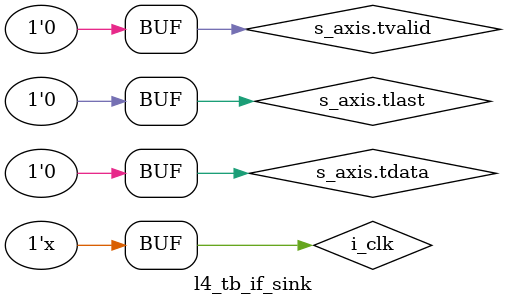
<source format=sv>
`timescale 1ns / 1ps


module l4_tb_if_sink#(
        parameter int G_BYT = 1,
        parameter int G_BIT_WIDTH = 8 * G_BYT
    )(
    
    );
    
    if_axis s_axis();

    bit i_clk = '0;
    
    localparam T_CLK = 1;
    localparam C_PACK_LENGTH = 10;

    l4_if_sink#( 
        .G_BYT       (G_BYT      ),
        .G_BIT_WIDTH (G_BIT_WIDTH)
    ) SINK (
        .i_clk  (i_clk ),
        .i_rst  ('0    ), 
        .s_axis (s_axis)
    );
    
    always#(T_CLK * 10) i_clk = ~i_clk;


    initial
    begin
    // Interface init
    s_axis.tvalid = '0;
    s_axis.tlast  = '0;
    s_axis.tdata  = '0;
    // States:
    // S0: Init

    // S1
    s_axis.tvalid = '1;  // Header is not coming in
    s_axis.tdata  = 72;
    #(T_CLK * 20)
    s_axis.tvalid = '0;
    
    // S2
    #(T_CLK * 20)
    s_axis.tvalid = '1;
    s_axis.tdata  = C_PACK_LENGTH;
    #(T_CLK * 20)

    // S3
    #(T_CLK * 20)
    for (int i = 1; i < C_PACK_LENGTH + 1; i++) begin
        s_axis.tdata = i;
        #(T_CLK * 20);
    end
    s_axis.tvalid = '0;

    // S4: Pause

    // S5
    #(T_CLK * 20)
    s_axis.tvalid = '1;
    s_axis.tdata  = 'h5B;  // h6E( for 30)
    s_axis.tlast  = '1;
    #(T_CLK * 20)
    s_axis.tvalid = '0;
    s_axis.tlast  = '0;
    s_axis.tdata  = '0;
    end

endmodule
</source>
